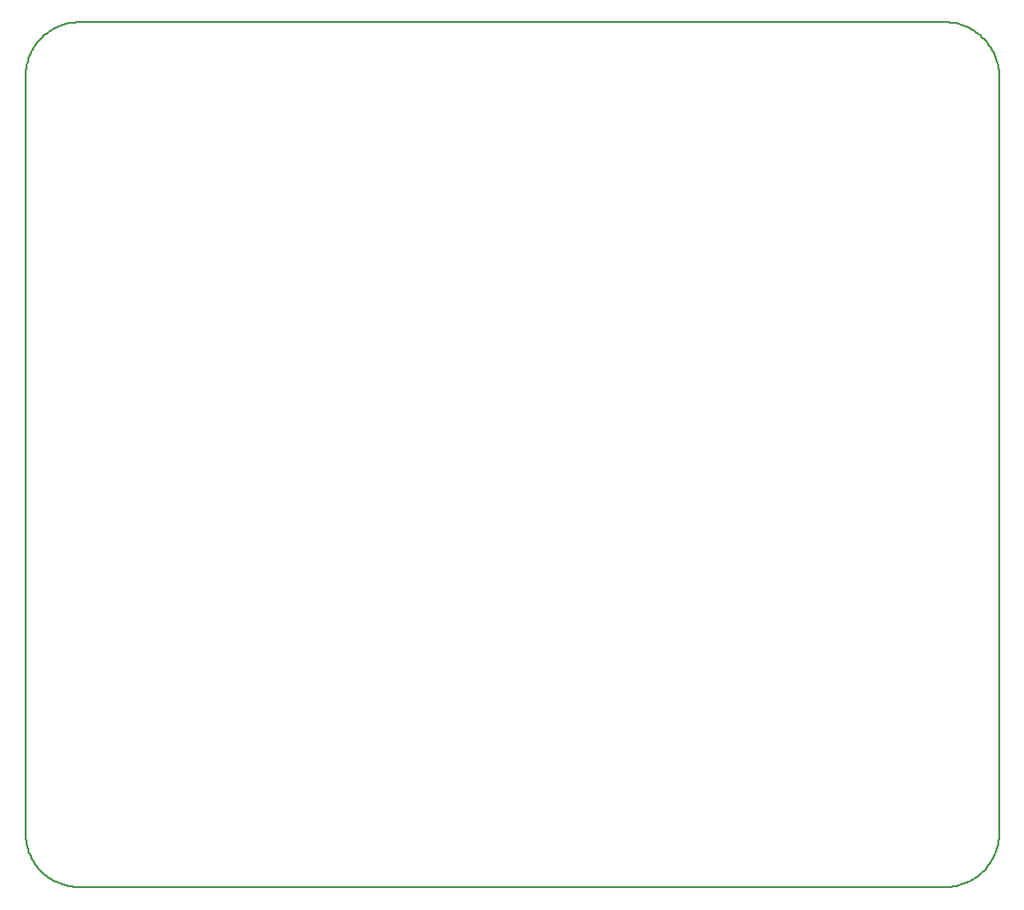
<source format=gko>
G04*
G04 #@! TF.GenerationSoftware,Altium Limited,Altium Designer,19.0.15 (446)*
G04*
G04 Layer_Color=16711935*
%FSLAX25Y25*%
%MOIN*%
G70*
G01*
G75*
%ADD11C,0.00787*%
D11*
X338583Y0D02*
X339580Y25D01*
X340574Y101D01*
X341564Y227D01*
X342545Y403D01*
X343517Y628D01*
X344476Y903D01*
X345419Y1225D01*
X346346Y1595D01*
X347252Y2012D01*
X348136Y2473D01*
X348995Y2980D01*
X349828Y3528D01*
X350632Y4119D01*
X351405Y4749D01*
X352145Y5418D01*
X352850Y6123D01*
X353519Y6863D01*
X354149Y7636D01*
X354739Y8440D01*
X355288Y9272D01*
X355794Y10132D01*
X356256Y11016D01*
X356672Y11922D01*
X357042Y12848D01*
X357365Y13792D01*
X357639Y14751D01*
X357865Y15722D01*
X358041Y16704D01*
X358167Y17694D01*
X358243Y18688D01*
X358268Y19685D01*
Y295276D02*
X358242Y296273D01*
X358167Y297267D01*
X358041Y298256D01*
X357865Y299238D01*
X357639Y300210D01*
X357365Y301169D01*
X357042Y302112D01*
X356672Y303039D01*
X356256Y303945D01*
X355794Y304829D01*
X355288Y305688D01*
X354739Y306521D01*
X354149Y307325D01*
X353519Y308098D01*
X352850Y308838D01*
X352145Y309543D01*
X351405Y310212D01*
X350632Y310842D01*
X349828Y311432D01*
X348995Y311981D01*
X348136Y312487D01*
X347252Y312949D01*
X346346Y313365D01*
X345419Y313735D01*
X344476Y314058D01*
X343517Y314332D01*
X342545Y314558D01*
X341564Y314734D01*
X340574Y314860D01*
X339580Y314935D01*
X338583Y314961D01*
X23622D02*
X22625Y314935D01*
X21631Y314860D01*
X20641Y314734D01*
X19659Y314558D01*
X18688Y314332D01*
X17729Y314058D01*
X16785Y313735D01*
X15859Y313365D01*
X14953Y312949D01*
X14069Y312487D01*
X13209Y311981D01*
X12377Y311432D01*
X11573Y310842D01*
X10800Y310212D01*
X10060Y309543D01*
X9354Y308838D01*
X8686Y308098D01*
X8056Y307325D01*
X7465Y306521D01*
X6916Y305688D01*
X6410Y304829D01*
X5949Y303945D01*
X5532Y303039D01*
X5162Y302112D01*
X4840Y301168D01*
X4565Y300210D01*
X4340Y299238D01*
X4164Y298256D01*
X4038Y297267D01*
X3962Y296273D01*
X3937Y295276D01*
X3937Y19685D02*
X3962Y18688D01*
X4038Y17694D01*
X4164Y16704D01*
X4340Y15722D01*
X4565Y14751D01*
X4840Y13792D01*
X5162Y12848D01*
X5532Y11922D01*
X5949Y11016D01*
X6410Y10132D01*
X6916Y9272D01*
X7465Y8440D01*
X8056Y7636D01*
X8686Y6863D01*
X9354Y6123D01*
X10060Y5418D01*
X10800Y4749D01*
X11573Y4119D01*
X12377Y3528D01*
X13209Y2979D01*
X14069Y2473D01*
X14953Y2012D01*
X15859Y1595D01*
X16785Y1225D01*
X17729Y903D01*
X18688Y628D01*
X19659Y403D01*
X20641Y227D01*
X21631Y101D01*
X22625Y25D01*
X23622Y0D01*
Y-0D02*
X338583Y0D01*
X358268Y19685D02*
X358268D01*
X358268D02*
X358268Y145669D01*
X358268D02*
X358268D01*
X358268Y295276D02*
X358268Y145669D01*
X358268Y295276D02*
X358268D01*
X23622Y314961D02*
X338583Y314961D01*
X23622Y314961D02*
Y314961D01*
X3937Y19685D02*
X3937Y295276D01*
X3937Y19685D02*
X3937D01*
M02*

</source>
